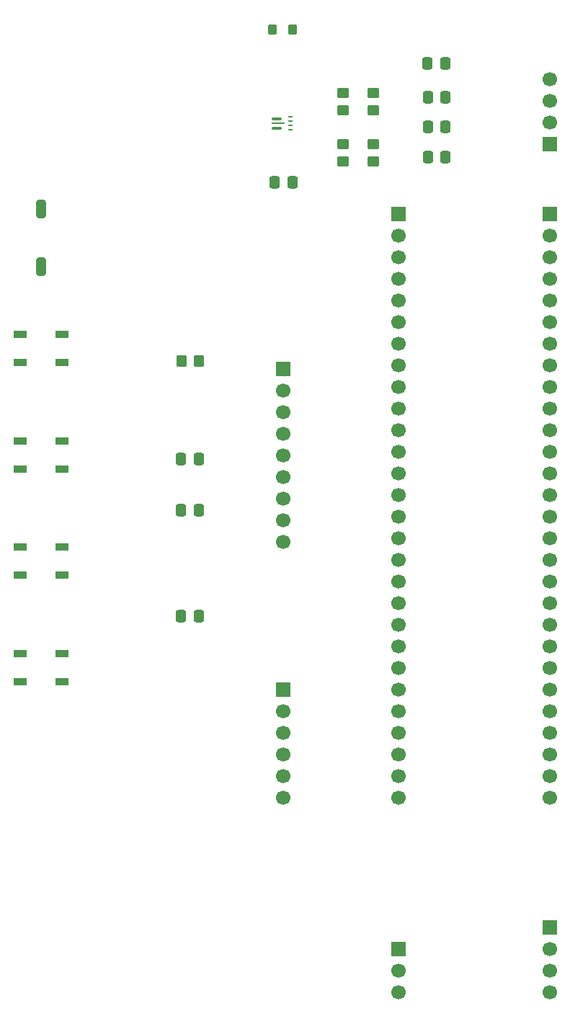
<source format=gbr>
%TF.GenerationSoftware,KiCad,Pcbnew,9.0.6*%
%TF.CreationDate,2025-11-19T01:17:59-05:00*%
%TF.ProjectId,pcb,7063622e-6b69-4636-9164-5f7063625858,rev?*%
%TF.SameCoordinates,Original*%
%TF.FileFunction,Soldermask,Top*%
%TF.FilePolarity,Negative*%
%FSLAX46Y46*%
G04 Gerber Fmt 4.6, Leading zero omitted, Abs format (unit mm)*
G04 Created by KiCad (PCBNEW 9.0.6) date 2025-11-19 01:17:59*
%MOMM*%
%LPD*%
G01*
G04 APERTURE LIST*
G04 Aperture macros list*
%AMRoundRect*
0 Rectangle with rounded corners*
0 $1 Rounding radius*
0 $2 $3 $4 $5 $6 $7 $8 $9 X,Y pos of 4 corners*
0 Add a 4 corners polygon primitive as box body*
4,1,4,$2,$3,$4,$5,$6,$7,$8,$9,$2,$3,0*
0 Add four circle primitives for the rounded corners*
1,1,$1+$1,$2,$3*
1,1,$1+$1,$4,$5*
1,1,$1+$1,$6,$7*
1,1,$1+$1,$8,$9*
0 Add four rect primitives between the rounded corners*
20,1,$1+$1,$2,$3,$4,$5,0*
20,1,$1+$1,$4,$5,$6,$7,0*
20,1,$1+$1,$6,$7,$8,$9,0*
20,1,$1+$1,$8,$9,$2,$3,0*%
G04 Aperture macros list end*
%ADD10RoundRect,0.250000X-0.337500X-0.475000X0.337500X-0.475000X0.337500X0.475000X-0.337500X0.475000X0*%
%ADD11RoundRect,0.087500X-0.487500X-0.087500X0.487500X-0.087500X0.487500X0.087500X-0.487500X0.087500X0*%
%ADD12RoundRect,0.050000X-0.675000X-0.050000X0.675000X-0.050000X0.675000X0.050000X-0.675000X0.050000X0*%
%ADD13RoundRect,0.062500X-0.162500X-0.062500X0.162500X-0.062500X0.162500X0.062500X-0.162500X0.062500X0*%
%ADD14RoundRect,0.250000X-0.450000X0.350000X-0.450000X-0.350000X0.450000X-0.350000X0.450000X0.350000X0*%
%ADD15RoundRect,0.090000X0.660000X0.360000X-0.660000X0.360000X-0.660000X-0.360000X0.660000X-0.360000X0*%
%ADD16R,1.700000X1.700000*%
%ADD17C,1.700000*%
%ADD18RoundRect,0.250000X0.275000X0.350000X-0.275000X0.350000X-0.275000X-0.350000X0.275000X-0.350000X0*%
%ADD19RoundRect,0.090000X-0.660000X-0.360000X0.660000X-0.360000X0.660000X0.360000X-0.660000X0.360000X0*%
%ADD20RoundRect,0.250000X0.450000X-0.350000X0.450000X0.350000X-0.450000X0.350000X-0.450000X-0.350000X0*%
%ADD21RoundRect,0.250000X0.350000X0.450000X-0.350000X0.450000X-0.350000X-0.450000X0.350000X-0.450000X0*%
%ADD22RoundRect,0.250000X0.310000X-0.830000X0.310000X0.830000X-0.310000X0.830000X-0.310000X-0.830000X0*%
G04 APERTURE END LIST*
D10*
%TO.C,C4*%
X89182500Y-116575000D03*
X91257500Y-116575000D03*
%TD*%
%TO.C,C2*%
X89182500Y-98075000D03*
X91257500Y-98075000D03*
%TD*%
D11*
%TO.C,U1*%
X100420500Y-58075000D03*
D12*
X100570500Y-58625000D03*
D11*
X100420500Y-59175000D03*
D13*
X102020500Y-59375000D03*
X102020500Y-58875000D03*
X102020500Y-58375000D03*
X102020500Y-57875000D03*
%TD*%
D14*
%TO.C,R3*%
X111757500Y-61075000D03*
X111757500Y-63075000D03*
%TD*%
D15*
%TO.C,D4*%
X75170000Y-124225000D03*
X75170000Y-120925000D03*
X70270000Y-120925000D03*
X70270000Y-124225000D03*
%TD*%
D10*
%TO.C,C8*%
X118182500Y-62575000D03*
X120257500Y-62575000D03*
%TD*%
%TO.C,C7*%
X118145000Y-51575000D03*
X120220000Y-51575000D03*
%TD*%
D16*
%TO.C,J7*%
X132500000Y-61115000D03*
D17*
X132500000Y-58575000D03*
X132500000Y-56035000D03*
X132500000Y-53495000D03*
%TD*%
D16*
%TO.C,J2*%
X132500000Y-69300000D03*
D17*
X132500000Y-71840000D03*
X132500000Y-74380000D03*
X132500000Y-76920000D03*
X132500000Y-79460000D03*
X132500000Y-82000000D03*
X132500000Y-84540000D03*
X132500000Y-87080000D03*
X132500000Y-89620000D03*
X132500000Y-92160000D03*
X132500000Y-94700000D03*
X132500000Y-97240000D03*
X132500000Y-99780000D03*
X132500000Y-102320000D03*
X132500000Y-104860000D03*
X132500000Y-107400000D03*
X132500000Y-109940000D03*
X132500000Y-112480000D03*
X132500000Y-115020000D03*
X132500000Y-117560000D03*
X132500000Y-120100000D03*
X132500000Y-122640000D03*
X132500000Y-125180000D03*
X132500000Y-127720000D03*
X132500000Y-130260000D03*
X132500000Y-132800000D03*
X132500000Y-135340000D03*
X132500000Y-137880000D03*
%TD*%
D18*
%TO.C,L1*%
X102257500Y-47575000D03*
X99957500Y-47575000D03*
%TD*%
D10*
%TO.C,C1*%
X100182500Y-65575000D03*
X102257500Y-65575000D03*
%TD*%
D19*
%TO.C,D3*%
X70270000Y-108425000D03*
X70270000Y-111725000D03*
X75170000Y-111725000D03*
X75170000Y-108425000D03*
%TD*%
D16*
%TO.C,J3*%
X114720000Y-155660000D03*
D17*
X114720000Y-158200000D03*
X114720000Y-160740000D03*
%TD*%
D10*
%TO.C,C6*%
X118182500Y-59075000D03*
X120257500Y-59075000D03*
%TD*%
D20*
%TO.C,R2*%
X108220000Y-57075000D03*
X108220000Y-55075000D03*
%TD*%
D19*
%TO.C,D2*%
X70270000Y-95925000D03*
X70270000Y-99225000D03*
X75170000Y-99225000D03*
X75170000Y-95925000D03*
%TD*%
D10*
%TO.C,C3*%
X89182500Y-104075000D03*
X91257500Y-104075000D03*
%TD*%
D20*
%TO.C,R5*%
X108220000Y-63075000D03*
X108220000Y-61075000D03*
%TD*%
D10*
%TO.C,C5*%
X118182500Y-55575000D03*
X120257500Y-55575000D03*
%TD*%
D16*
%TO.C,J1*%
X114720000Y-69300000D03*
D17*
X114720000Y-71840000D03*
X114720000Y-74380000D03*
X114720000Y-76920000D03*
X114720000Y-79460000D03*
X114720000Y-82000000D03*
X114720000Y-84540000D03*
X114720000Y-87080000D03*
X114720000Y-89620000D03*
X114720000Y-92160000D03*
X114720000Y-94700000D03*
X114720000Y-97240000D03*
X114720000Y-99780000D03*
X114720000Y-102320000D03*
X114720000Y-104860000D03*
X114720000Y-107400000D03*
X114720000Y-109940000D03*
X114720000Y-112480000D03*
X114720000Y-115020000D03*
X114720000Y-117560000D03*
X114720000Y-120100000D03*
X114720000Y-122640000D03*
X114720000Y-125180000D03*
X114720000Y-127720000D03*
X114720000Y-130260000D03*
X114720000Y-132800000D03*
X114720000Y-135340000D03*
X114720000Y-137880000D03*
%TD*%
D21*
%TO.C,R1*%
X91257500Y-86575000D03*
X89257500Y-86575000D03*
%TD*%
D16*
%TO.C,J5*%
X101220000Y-125180000D03*
D17*
X101220000Y-127720000D03*
X101220000Y-130260000D03*
X101220000Y-132800000D03*
X101220000Y-135340000D03*
X101220000Y-137880000D03*
%TD*%
D22*
%TO.C,SW1*%
X72720000Y-75440000D03*
X72720000Y-68710000D03*
%TD*%
D19*
%TO.C,D1*%
X70270000Y-83425000D03*
X70270000Y-86725000D03*
X75170000Y-86725000D03*
X75170000Y-83425000D03*
%TD*%
D16*
%TO.C,J6*%
X101220000Y-87495000D03*
D17*
X101220000Y-90035000D03*
X101220000Y-92575000D03*
X101220000Y-95115000D03*
X101220000Y-97655000D03*
X101220000Y-100195000D03*
X101220000Y-102735000D03*
X101220000Y-105275000D03*
X101220000Y-107815000D03*
%TD*%
D20*
%TO.C,R4*%
X111757500Y-57075000D03*
X111757500Y-55075000D03*
%TD*%
D16*
%TO.C,J4*%
X132500000Y-153120000D03*
D17*
X132500000Y-155660000D03*
X132500000Y-158200000D03*
X132500000Y-160740000D03*
%TD*%
M02*

</source>
